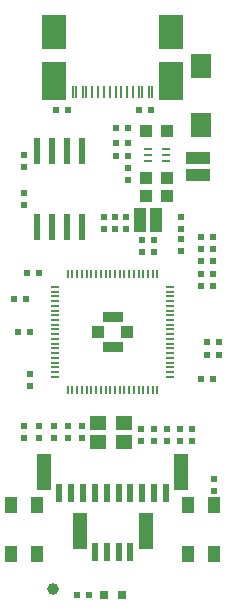
<source format=gbr>
%TF.GenerationSoftware,KiCad,Pcbnew,7.0.9-7.0.9~ubuntu22.04.1*%
%TF.CreationDate,2025-02-11T13:08:51+02:00*%
%TF.ProjectId,RP2350-PICO2-XXL_Rev_B,52503233-3530-42d5-9049-434f322d5858,B*%
%TF.SameCoordinates,PX81b3200PY6e263e0*%
%TF.FileFunction,Paste,Top*%
%TF.FilePolarity,Positive*%
%FSLAX46Y46*%
G04 Gerber Fmt 4.6, Leading zero omitted, Abs format (unit mm)*
G04 Created by KiCad (PCBNEW 7.0.9-7.0.9~ubuntu22.04.1) date 2025-02-11 13:08:51*
%MOMM*%
%LPD*%
G01*
G04 APERTURE LIST*
%ADD10C,1.000000*%
%ADD11R,0.800000X0.800000*%
%ADD12R,0.500000X0.550000*%
%ADD13R,0.550000X0.500000*%
%ADD14R,1.700000X2.000000*%
%ADD15R,1.000000X1.400000*%
%ADD16R,1.200000X3.100000*%
%ADD17R,0.600000X1.550000*%
%ADD18R,2.100000X3.200000*%
%ADD19R,2.100000X3.000000*%
%ADD20R,1.100000X2.200000*%
%ADD21R,1.100000X2.000000*%
%ADD22R,0.280000X1.130000*%
%ADD23R,0.230000X1.130000*%
%ADD24R,1.400000X1.200000*%
%ADD25R,1.016000X1.016000*%
%ADD26R,0.211000X0.791000*%
%ADD27R,0.791000X0.211000*%
%ADD28R,1.700000X0.900000*%
%ADD29R,1.000000X1.000000*%
%ADD30R,2.000000X1.100000*%
%ADD31R,0.750000X0.230000*%
%ADD32R,0.600000X2.200000*%
G04 APERTURE END LIST*
D10*
%TO.C,FID1*%
X9450000Y1500000D03*
%TD*%
D11*
%TO.C,LED1*%
X15262000Y1000000D03*
X13738000Y1000000D03*
%TD*%
D12*
%TO.C,R10*%
X17758000Y42000000D03*
X16742000Y42000000D03*
%TD*%
D13*
%TO.C,R7*%
X14700000Y33008000D03*
X14700000Y31992000D03*
%TD*%
D14*
%TO.C,D1*%
X22000000Y40750000D03*
X22000000Y45750000D03*
%TD*%
D13*
%TO.C,R6*%
X15600000Y33008000D03*
X15600000Y31992000D03*
%TD*%
%TO.C,R18*%
X8250000Y15258000D03*
X8250000Y14242000D03*
%TD*%
%TO.C,R17*%
X7000000Y15258000D03*
X7000000Y14242000D03*
%TD*%
D15*
%TO.C,RST1*%
X8075000Y8575000D03*
X5925000Y8575000D03*
X8075000Y4425000D03*
X5925000Y4425000D03*
%TD*%
D12*
%TO.C,R5*%
X9742000Y42000000D03*
X10758000Y42000000D03*
%TD*%
%TO.C,R12*%
X14792000Y40500000D03*
X15808000Y40500000D03*
%TD*%
%TO.C,R8*%
X23008000Y28150000D03*
X21992000Y28150000D03*
%TD*%
%TO.C,R4*%
X21992000Y29250000D03*
X23008000Y29250000D03*
%TD*%
D16*
%TO.C,pUEXT1*%
X8700000Y11350000D03*
X20300000Y11350000D03*
D17*
X10000000Y9575000D03*
X11000000Y9575000D03*
X12000000Y9575000D03*
X13000000Y9575000D03*
X14000000Y9575000D03*
X15000000Y9575000D03*
X16000000Y9575000D03*
X17000000Y9575000D03*
X18000000Y9575000D03*
X19000000Y9575000D03*
%TD*%
D15*
%TO.C,BOOT1*%
X23075000Y8575000D03*
X20925000Y8575000D03*
X23075000Y4425000D03*
X20925000Y4425000D03*
%TD*%
D12*
%TO.C,R15*%
X12508000Y1000000D03*
X11492000Y1000000D03*
%TD*%
D18*
%TO.C,USB-C1*%
X9572400Y44470000D03*
X19427600Y44470000D03*
D19*
X9572400Y48650000D03*
X19427600Y48650000D03*
D20*
X9572400Y44470000D03*
X19427600Y44470000D03*
D21*
X9572400Y48650000D03*
X19427600Y48650000D03*
D22*
X17825000Y43568000D03*
X17025000Y43568000D03*
D23*
X15750000Y43568000D03*
X14750000Y43568000D03*
X14250000Y43568000D03*
X13250000Y43568000D03*
D22*
X11975000Y43568000D03*
X11175000Y43568000D03*
X11425000Y43568000D03*
X12225000Y43568000D03*
D23*
X12750000Y43568000D03*
X13750000Y43568000D03*
X15250000Y43568000D03*
X16250000Y43568000D03*
D22*
X16775000Y43568000D03*
X17575000Y43568000D03*
%TD*%
D12*
%TO.C,C10*%
X8258000Y28200000D03*
X7242000Y28200000D03*
%TD*%
D13*
%TO.C,C4*%
X7500000Y19708000D03*
X7500000Y18692000D03*
%TD*%
D12*
%TO.C,R13*%
X15808000Y38100000D03*
X14792000Y38100000D03*
%TD*%
%TO.C,C17*%
X22492000Y22375000D03*
X23508000Y22375000D03*
%TD*%
%TO.C,C9*%
X21992000Y30250000D03*
X23008000Y30250000D03*
%TD*%
%TO.C,C14*%
X16992000Y31000000D03*
X18008000Y31000000D03*
%TD*%
D13*
%TO.C,C16*%
X19100000Y15008000D03*
X19100000Y13992000D03*
%TD*%
%TO.C,C11*%
X13800000Y31992000D03*
X13800000Y33008000D03*
%TD*%
%TO.C,R3*%
X20250000Y33008000D03*
X20250000Y31992000D03*
%TD*%
D12*
%TO.C,C3*%
X7208000Y26000000D03*
X6192000Y26000000D03*
%TD*%
%TO.C,C23*%
X15808000Y39250000D03*
X14792000Y39250000D03*
%TD*%
D21*
%TO.C,L1*%
X16800000Y32750000D03*
X18200000Y32750000D03*
%TD*%
D13*
%TO.C,C18*%
X20250000Y31108000D03*
X20250000Y30092000D03*
%TD*%
%TO.C,R2*%
X21200000Y13992000D03*
X21200000Y15008000D03*
%TD*%
D24*
%TO.C,Q1*%
X15500000Y15550000D03*
X13300000Y13950000D03*
X15500000Y13950000D03*
X13300000Y15550000D03*
%TD*%
D12*
%TO.C,C8*%
X22492000Y21300000D03*
X23508000Y21300000D03*
%TD*%
D13*
%TO.C,C21*%
X11900000Y14242000D03*
X11900000Y15258000D03*
%TD*%
D12*
%TO.C,C19*%
X21992000Y27100000D03*
X23008000Y27100000D03*
%TD*%
D25*
%TO.C,C22*%
X19125000Y40250000D03*
X17347000Y40250000D03*
%TD*%
D13*
%TO.C,C2*%
X20200000Y15008000D03*
X20200000Y13992000D03*
%TD*%
D12*
%TO.C,C12*%
X21992000Y31250000D03*
X23008000Y31250000D03*
%TD*%
%TO.C,C13*%
X16992000Y30000000D03*
X18008000Y30000000D03*
%TD*%
D26*
%TO.C,U3*%
X18300000Y28146500D03*
X17900000Y28146500D03*
X17500000Y28146500D03*
X17100000Y28146500D03*
X16700000Y28146500D03*
X16300000Y28146500D03*
X15900000Y28146500D03*
X15500000Y28146500D03*
X15100000Y28146500D03*
X14700000Y28146500D03*
X14300000Y28146500D03*
X13900000Y28146500D03*
X13500000Y28146500D03*
X13100000Y28146500D03*
X12700000Y28146500D03*
X12300000Y28146500D03*
X11900000Y28146500D03*
X11500000Y28146500D03*
X11100000Y28146500D03*
X10700000Y28146500D03*
D27*
X19396500Y27050000D03*
X9603500Y27050000D03*
X19396500Y26650000D03*
X9603500Y26650000D03*
X19396500Y26250000D03*
X9603500Y26250000D03*
X19396500Y25850000D03*
X9603500Y25850000D03*
X19396500Y25450000D03*
X9603500Y25450000D03*
X19396500Y25050000D03*
X9603500Y25050000D03*
X19396500Y24650000D03*
X9603500Y24650000D03*
D28*
X14500000Y24500000D03*
D27*
X19396500Y24250000D03*
X9603500Y24250000D03*
X19396500Y23850000D03*
X9603500Y23850000D03*
X19396500Y23450000D03*
X9603500Y23450000D03*
D29*
X15700000Y23250000D03*
X13300000Y23250000D03*
D27*
X19396500Y23050000D03*
X9603500Y23050000D03*
X19396500Y22650000D03*
X9603500Y22650000D03*
X19396500Y22250000D03*
X9603500Y22250000D03*
D28*
X14500000Y22000000D03*
D27*
X19396500Y21850000D03*
X9603500Y21850000D03*
X19396500Y21450000D03*
X9603500Y21450000D03*
X19396500Y21050000D03*
X9603500Y21050000D03*
X19396500Y20650000D03*
X9603500Y20650000D03*
X19396500Y20250000D03*
X9603500Y20250000D03*
X19396500Y19850000D03*
X9603500Y19850000D03*
X19396500Y19450000D03*
X9603500Y19450000D03*
D26*
X18300000Y18353500D03*
X17900000Y18353500D03*
X17500000Y18353500D03*
X17100000Y18353500D03*
X16700000Y18353500D03*
X16300000Y18353500D03*
X15900000Y18353500D03*
X15500000Y18353500D03*
X15100000Y18353500D03*
X14700000Y18353500D03*
X14300000Y18353500D03*
X13900000Y18353500D03*
X13500000Y18353500D03*
X13100000Y18353500D03*
X12700000Y18353500D03*
X12300000Y18353500D03*
X11900000Y18353500D03*
X11500000Y18353500D03*
X11100000Y18353500D03*
X10700000Y18353500D03*
%TD*%
D30*
%TO.C,L2*%
X21750000Y36550000D03*
X21750000Y37950000D03*
%TD*%
D12*
%TO.C,C7*%
X21992000Y19250000D03*
X23008000Y19250000D03*
%TD*%
D31*
%TO.C,U2*%
X17475000Y38750000D03*
X17475000Y38250000D03*
X17475000Y37750000D03*
X19025000Y38750000D03*
X19025000Y38250000D03*
X19025000Y37750000D03*
%TD*%
D13*
%TO.C,C20*%
X16900000Y15008000D03*
X16900000Y13992000D03*
%TD*%
D25*
%TO.C,C24*%
X19139000Y36250000D03*
X17361000Y36250000D03*
%TD*%
D13*
%TO.C,R11*%
X23100000Y10808000D03*
X23100000Y9792000D03*
%TD*%
%TO.C,R1*%
X7000000Y35008000D03*
X7000000Y33992000D03*
%TD*%
%TO.C,C1*%
X7000000Y37242000D03*
X7000000Y38258000D03*
%TD*%
D32*
%TO.C,U1*%
X8085000Y32085000D03*
X9355000Y32085000D03*
X10625000Y32085000D03*
X11895000Y32085000D03*
X11895000Y38555000D03*
X10625000Y38555000D03*
X9355000Y38555000D03*
X8085000Y38555000D03*
%TD*%
D13*
%TO.C,R9*%
X18000000Y13992000D03*
X18000000Y15008000D03*
%TD*%
D25*
%TO.C,C25*%
X19139000Y34750000D03*
X17361000Y34750000D03*
%TD*%
D13*
%TO.C,R14*%
X15800000Y37108000D03*
X15800000Y36092000D03*
%TD*%
D16*
%TO.C,QWST1*%
X11700000Y6350000D03*
X17300000Y6350000D03*
D17*
X13000000Y4575000D03*
X14000000Y4575000D03*
X15000000Y4575000D03*
X16000000Y4575000D03*
%TD*%
D12*
%TO.C,C15*%
X7508000Y23250000D03*
X6492000Y23250000D03*
%TD*%
D13*
%TO.C,C6*%
X10750000Y15258000D03*
X10750000Y14242000D03*
%TD*%
%TO.C,C5*%
X9500000Y15258000D03*
X9500000Y14242000D03*
%TD*%
M02*

</source>
